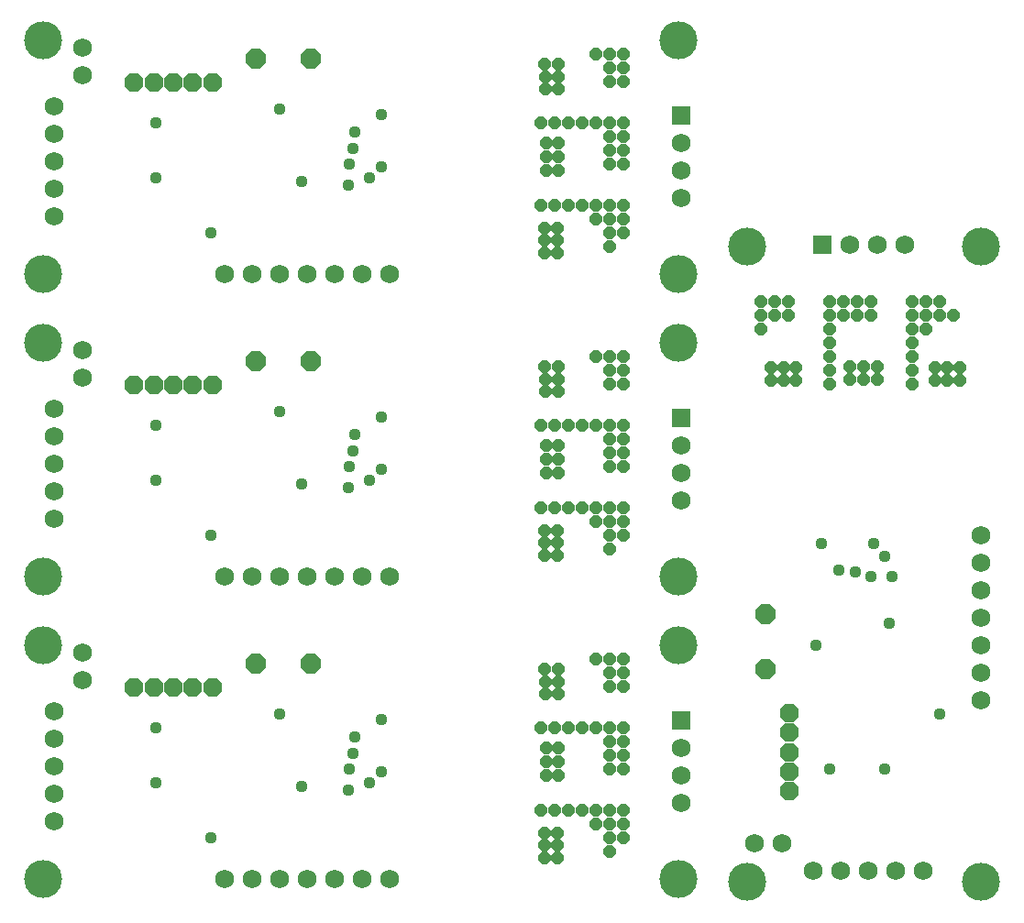
<source format=gbs>
G75*
G70*
%OFA0B0*%
%FSLAX24Y24*%
%IPPOS*%
%LPD*%
%AMOC8*
5,1,8,0,0,1.08239X$1,22.5*
%
%ADD10OC8,0.0710*%
%ADD11C,0.0680*%
%ADD12R,0.0680X0.0680*%
%ADD13C,0.1380*%
%ADD14OC8,0.0674*%
%ADD15C,0.0440*%
%ADD16C,0.0437*%
%ADD17OC8,0.0437*%
D10*
X008961Y009163D03*
X010961Y009163D03*
X010961Y020163D03*
X008961Y020163D03*
X008961Y031163D03*
X010961Y031163D03*
X027502Y010961D03*
X027502Y008961D03*
D11*
X024420Y006104D03*
X024420Y005104D03*
X024420Y004104D03*
X027087Y002651D03*
X028087Y002651D03*
X029233Y001633D03*
X030233Y001633D03*
X031233Y001633D03*
X032233Y001633D03*
X033233Y001633D03*
X035333Y007833D03*
X035333Y008833D03*
X035333Y009833D03*
X035333Y010833D03*
X035333Y011833D03*
X035333Y012833D03*
X035333Y013833D03*
X024420Y015104D03*
X024420Y016104D03*
X024420Y017104D03*
X030561Y024420D03*
X031561Y024420D03*
X032561Y024420D03*
X024420Y026104D03*
X024420Y027104D03*
X024420Y028104D03*
X013833Y023333D03*
X012833Y023333D03*
X011833Y023333D03*
X010833Y023333D03*
X009833Y023333D03*
X008833Y023333D03*
X007833Y023333D03*
X002651Y020579D03*
X002651Y019579D03*
X001633Y018433D03*
X001633Y017433D03*
X001633Y016433D03*
X001633Y015433D03*
X001633Y014433D03*
X007833Y012333D03*
X008833Y012333D03*
X009833Y012333D03*
X010833Y012333D03*
X011833Y012333D03*
X012833Y012333D03*
X013833Y012333D03*
X002651Y009579D03*
X002651Y008579D03*
X001633Y007433D03*
X001633Y006433D03*
X001633Y005433D03*
X001633Y004433D03*
X001633Y003433D03*
X007833Y001333D03*
X008833Y001333D03*
X009833Y001333D03*
X010833Y001333D03*
X011833Y001333D03*
X012833Y001333D03*
X013833Y001333D03*
X001633Y025433D03*
X001633Y026433D03*
X001633Y027433D03*
X001633Y028433D03*
X001633Y029433D03*
X002651Y030579D03*
X002651Y031579D03*
D12*
X024420Y029104D03*
X029561Y024420D03*
X024420Y018104D03*
X024420Y007104D03*
D13*
X001232Y001333D03*
X001233Y009833D03*
X001232Y012333D03*
X001233Y020833D03*
X001232Y023333D03*
X001233Y031833D03*
X024333Y031833D03*
X026833Y024333D03*
X024333Y023333D03*
X024333Y020833D03*
X035333Y024333D03*
X024333Y012333D03*
X024333Y009833D03*
X024333Y001333D03*
X026833Y001233D03*
X035333Y001232D03*
D14*
X028350Y004538D03*
X028350Y005247D03*
X028350Y005956D03*
X028350Y006664D03*
X028350Y007373D03*
X007373Y008315D03*
X006664Y008315D03*
X005956Y008315D03*
X005247Y008315D03*
X004538Y008315D03*
X004538Y019315D03*
X005247Y019315D03*
X005956Y019315D03*
X006664Y019315D03*
X007373Y019315D03*
X007373Y030315D03*
X006664Y030315D03*
X005956Y030315D03*
X005247Y030315D03*
X004538Y030315D03*
D15*
X012342Y027335D03*
X013083Y026833D03*
X013533Y027233D03*
X012333Y026583D03*
X013533Y029133D03*
X013533Y018133D03*
X013533Y016233D03*
X013083Y015833D03*
X012333Y015583D03*
X012342Y016335D03*
X013533Y007133D03*
X012342Y005335D03*
X013083Y004833D03*
X013533Y005233D03*
X012333Y004583D03*
X029533Y013533D03*
X031330Y012342D03*
X032083Y012333D03*
X031833Y013083D03*
X031433Y013533D03*
D16*
X030763Y012498D03*
X030157Y012560D03*
X031972Y010633D03*
X029333Y009833D03*
X033833Y007333D03*
X031833Y005333D03*
X029833Y005333D03*
X012560Y006508D03*
X012498Y005902D03*
X010633Y004694D03*
X007333Y002833D03*
X005333Y004833D03*
X005333Y006833D03*
X009833Y007333D03*
X007333Y013833D03*
X005333Y015833D03*
X005333Y017833D03*
X009833Y018333D03*
X012560Y017508D03*
X012498Y016902D03*
X010633Y015694D03*
X007333Y024833D03*
X005333Y026833D03*
X005333Y028833D03*
X009833Y029333D03*
X012560Y028508D03*
X012498Y027902D03*
X010633Y026694D03*
D17*
X019333Y025833D03*
X019833Y025833D03*
X020333Y025833D03*
X020833Y025833D03*
X021333Y025833D03*
X021833Y025833D03*
X022333Y025833D03*
X022333Y025333D03*
X022333Y024833D03*
X021833Y024833D03*
X021833Y025333D03*
X021333Y025333D03*
X021833Y024333D03*
X019935Y024562D03*
X019935Y025014D03*
X019465Y025020D03*
X019465Y024562D03*
X019465Y024098D03*
X019935Y024098D03*
X019962Y027101D03*
X019523Y027116D03*
X019514Y027625D03*
X019968Y027621D03*
X019971Y028099D03*
X019523Y028108D03*
X019333Y028833D03*
X019833Y028833D03*
X020333Y028833D03*
X020833Y028833D03*
X021333Y028833D03*
X021833Y028833D03*
X022333Y028833D03*
X022333Y028333D03*
X022333Y027833D03*
X022333Y027333D03*
X021833Y027333D03*
X021833Y027833D03*
X021833Y028333D03*
X019947Y030062D03*
X019478Y030062D03*
X019478Y030521D03*
X019467Y030979D03*
X019947Y030979D03*
X019947Y030521D03*
X021333Y031333D03*
X021833Y031333D03*
X021833Y030833D03*
X022333Y030833D03*
X022333Y031333D03*
X022333Y030333D03*
X021833Y030333D03*
X027333Y022333D03*
X027833Y022333D03*
X028333Y022333D03*
X028333Y021833D03*
X027833Y021833D03*
X027333Y021833D03*
X027333Y021333D03*
X027686Y019947D03*
X028144Y019947D03*
X028603Y019947D03*
X028603Y019478D03*
X028144Y019478D03*
X027686Y019467D03*
X029833Y019333D03*
X029833Y019833D03*
X029833Y020333D03*
X029833Y020833D03*
X029833Y021333D03*
X029833Y021833D03*
X029833Y022333D03*
X030333Y022333D03*
X030833Y022333D03*
X031333Y022333D03*
X031333Y021833D03*
X030833Y021833D03*
X030333Y021833D03*
X030566Y019971D03*
X030557Y019523D03*
X031040Y019514D03*
X031044Y019968D03*
X031564Y019962D03*
X031549Y019523D03*
X032833Y019333D03*
X032833Y019833D03*
X033651Y019935D03*
X034103Y019935D03*
X034567Y019935D03*
X034567Y019465D03*
X034103Y019465D03*
X033645Y019465D03*
X032833Y020333D03*
X032833Y020833D03*
X032833Y021333D03*
X033333Y021333D03*
X033333Y021833D03*
X033333Y022333D03*
X033833Y022333D03*
X033833Y021833D03*
X034333Y021833D03*
X032833Y021833D03*
X032833Y022333D03*
X022333Y020333D03*
X022333Y019833D03*
X022333Y019333D03*
X021833Y019333D03*
X021833Y019833D03*
X021833Y020333D03*
X021333Y020333D03*
X019947Y019979D03*
X019947Y019521D03*
X019478Y019521D03*
X019467Y019979D03*
X019478Y019062D03*
X019947Y019062D03*
X019833Y017833D03*
X020333Y017833D03*
X020833Y017833D03*
X021333Y017833D03*
X021833Y017833D03*
X021833Y017333D03*
X022333Y017333D03*
X022333Y017833D03*
X022333Y016833D03*
X022333Y016333D03*
X021833Y016333D03*
X021833Y016833D03*
X019968Y016621D03*
X019514Y016625D03*
X019523Y017108D03*
X019971Y017099D03*
X019333Y017833D03*
X019523Y016116D03*
X019962Y016101D03*
X019833Y014833D03*
X020333Y014833D03*
X020833Y014833D03*
X021333Y014833D03*
X021833Y014833D03*
X021833Y014333D03*
X021333Y014333D03*
X021833Y013833D03*
X021833Y013333D03*
X022333Y013833D03*
X022333Y014333D03*
X022333Y014833D03*
X019935Y014014D03*
X019935Y013562D03*
X019465Y013562D03*
X019465Y014020D03*
X019333Y014833D03*
X019465Y013098D03*
X019935Y013098D03*
X021333Y009333D03*
X021833Y009333D03*
X022333Y009333D03*
X022333Y008833D03*
X022333Y008333D03*
X021833Y008333D03*
X021833Y008833D03*
X019947Y008979D03*
X019467Y008979D03*
X019478Y008521D03*
X019478Y008062D03*
X019947Y008062D03*
X019947Y008521D03*
X019833Y006833D03*
X020333Y006833D03*
X020833Y006833D03*
X021333Y006833D03*
X021833Y006833D03*
X021833Y006333D03*
X022333Y006333D03*
X022333Y006833D03*
X022333Y005833D03*
X022333Y005333D03*
X021833Y005333D03*
X021833Y005833D03*
X019968Y005621D03*
X019514Y005625D03*
X019523Y006108D03*
X019971Y006099D03*
X019333Y006833D03*
X019523Y005116D03*
X019962Y005101D03*
X019833Y003833D03*
X020333Y003833D03*
X020833Y003833D03*
X021333Y003833D03*
X021833Y003833D03*
X021833Y003333D03*
X021333Y003333D03*
X021833Y002833D03*
X021833Y002333D03*
X022333Y002833D03*
X022333Y003333D03*
X022333Y003833D03*
X019935Y003014D03*
X019465Y003020D03*
X019465Y002562D03*
X019465Y002098D03*
X019935Y002098D03*
X019935Y002562D03*
X019333Y003833D03*
M02*

</source>
